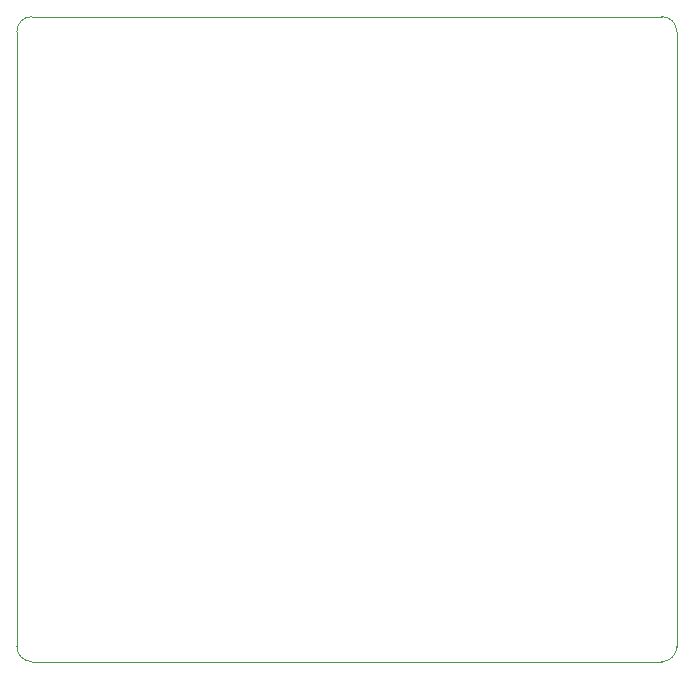
<source format=gbr>
%TF.GenerationSoftware,KiCad,Pcbnew,(5.1.9)-1*%
%TF.CreationDate,2021-02-07T20:20:07-05:00*%
%TF.ProjectId,BalunAndLowPass,42616c75-6e41-46e6-944c-6f7750617373,rev?*%
%TF.SameCoordinates,Original*%
%TF.FileFunction,Profile,NP*%
%FSLAX46Y46*%
G04 Gerber Fmt 4.6, Leading zero omitted, Abs format (unit mm)*
G04 Created by KiCad (PCBNEW (5.1.9)-1) date 2021-02-07 20:20:07*
%MOMM*%
%LPD*%
G01*
G04 APERTURE LIST*
%TA.AperFunction,Profile*%
%ADD10C,0.050000*%
%TD*%
G04 APERTURE END LIST*
D10*
X52070000Y-53340000D02*
X105410000Y-53340000D01*
X50800000Y-106680000D02*
X50800000Y-54610000D01*
X105410000Y-107950000D02*
X52070000Y-107950000D01*
X106680000Y-54610000D02*
X106680000Y-106680000D01*
X105410000Y-53340000D02*
G75*
G02*
X106680000Y-54610000I0J-1270000D01*
G01*
X106680000Y-106680000D02*
G75*
G02*
X105410000Y-107950000I-1270000J0D01*
G01*
X52070000Y-107950000D02*
G75*
G02*
X50800000Y-106680000I0J1270000D01*
G01*
X50800000Y-54610000D02*
G75*
G02*
X52070000Y-53340000I1270000J0D01*
G01*
M02*

</source>
